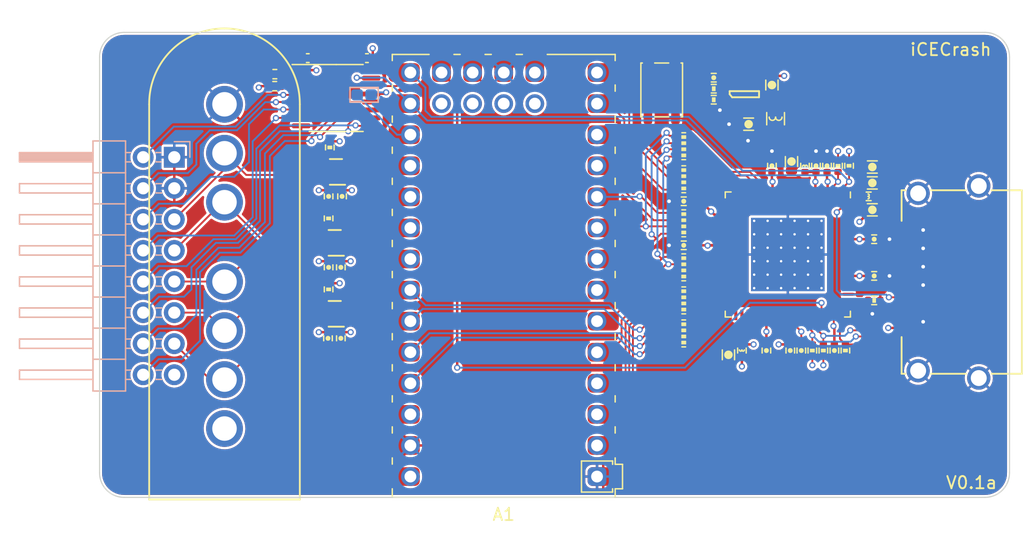
<source format=kicad_pcb>
(kicad_pcb (version 20210722) (generator pcbnew)
  (title_block (title "iCECrash") (rev "v0.1a") (company "1BitSquared") (comment 1 "(C) 2021 1BitSquared <info@1bitsquared.com>") (comment 2 "(C) 2021 Piotr Esden-Tempski <piotr@1bitsquared.com>") (comment 3 "License: CC-BY-SA"))
  (layers (0 "F.Cu" signal) (1 "In1.Cu" signal) (2 "In2.Cu" signal) (31 "B.Cu" signal) (34 "B.Paste" user) (35 "F.Paste" user) (36 "B.SilkS" user "B.Silkscreen") (37 "F.SilkS" user "F.Silkscreen") (38 "B.Mask" user) (39 "F.Mask" user) (44 "Edge.Cuts" user))
  (net 0 "")
  (net 1 "+3V3")
  (net 2 "GND")
  (net 3 "+5V")
  (net 4 "+1V2")
  (net 5 "Net-(C9-Pad2)")
  (net 6 "/xGPCLK")
  (net 7 "/xGPLATCH")
  (net 8 "/xGPDAT0")
  (net 9 "/xGPDAT1")
  (net 10 "/xGPSEL")
  (net 11 "/D2+")
  (net 12 "/D2-")
  (net 13 "/D1+")
  (net 14 "/D1-")
  (net 16 "/D0+")
  (net 17 "/D0-")
  (net 18 "/CK+")
  (net 19 "/CK-")
  (net 20 "/CEC")
  (net 21 "/DSCL")
  (net 22 "/DSDA")
  (net 23 "/HPD")
  (net 24 "Net-(L1-Pad2)")
  (net 25 "Net-(R1-Pad1)")
  (net 26 "Net-(R2-Pad1)")
  (net 27 "Net-(R3-Pad1)")
  (net 28 "/DE")
  (net 29 "/VSYNC")
  (net 30 "/HSYNC")
  (net 31 "/IDCK")
  (net 32 "/VD0")
  (net 33 "/VD1")
  (net 34 "/VD2")
  (net 35 "/VD3")
  (net 36 "/VD4")
  (net 37 "/VD5")
  (net 38 "/VD6")
  (net 39 "/VD7")
  (net 40 "/VD8")
  (net 41 "/VD9")
  (net 42 "/VD10")
  (net 43 "/VD11")
  (net 44 "/CSDA")
  (net 45 "/CSCL")
  (net 46 "/SPDIF")
  (net 47 "/CRESET")
  (net 48 "/GPCLK")
  (net 49 "/GPLATCH")
  (net 50 "/GPSEL")
  (net 51 "/GPDAT0")
  (net 52 "/GPDAT1")
  (net 68 "/CDONE{slash}~{RST}")
  (net 70 "/iDE")
  (net 71 "/iHSYNC")
  (net 72 "Net-(R13-Pad1)")
  (net 73 "/CVCC12")
  (net 74 "/IOVCC")
  (net 75 "/AVCC12")
  (net 76 "/iIDCK")
  (net 78 "/iVSYNC")
  (net 79 "Net-(R18-Pad1)")
  (net 80 "Net-(R19-Pad2)")
  (net 81 "Net-(J3-Pad2)")
  (net 82 "/G0")
  (net 83 "/G1")
  (net 84 "/G2")
  (net 85 "/G3")
  (net 86 "/G4")
  (net 87 "/G5")
  (net 88 "/G6")
  (net 89 "/G7")
  (net 90 "/iVD1")
  (net 91 "/iVD0")
  (net 92 "/iVD11")
  (net 93 "/iVD10")
  (net 94 "/iVD9")
  (net 95 "/iVD5")
  (net 96 "/iVD4")
  (net 97 "/iVD3")
  (net 98 "/iVD2")
  (net 99 "/iVD8")
  (net 100 "/iVD7")
  (net 101 "/iVD6")
  (net 102 "/iSPDIF")
  (net 103 "/iVD15")
  (net 104 "/iVD14")
  (net 105 "/iVD13")
  (net 106 "/iVD12")
  (footprint "pkl_connectors:HDMI-10029449-111RLF" (layer "F.Cu") (at 96.79 50.4 90)
    (fp_text reference "J2")
    (fp_text value "HDMI_A" hide)
  )
  (footprint "Capacitor_SMD:C_0402_1005Metric" (layer "F.Cu") (at 51.83 32.1 180)
    (fp_text reference "C27" hide)
    (fp_text value "100n")
  )
  (footprint "Resistor_SMD:R_0402_1005Metric" (layer "F.Cu") (at 44.3 34.39 180)
    (fp_text reference "R18" hide)
    (fp_text value "10k")
  )
  (footprint "pkl_housings_sot:SOT-23-5" (layer "F.Cu") (at 82.65 35.05 -90)
    (fp_text reference "U5")
    (fp_text value "TLV62568DBV")
  )
  (footprint "pkl_dipol:C_0402" (layer "F.Cu") (at 90 56 -90)
    (fp_text reference "C10")
    (fp_text value "100n")
  )
  (footprint "pkl_dipol:C_0402" (layer "F.Cu") (at 88.5 40.9 90)
    (fp_text reference "C15")
    (fp_text value "100n")
  )
  (footprint "pkl_dipol:C_0402" (layer "F.Cu") (at 84.9 40.9 90)
    (fp_text reference "C14")
    (fp_text value "100n")
  )
  (footprint "pkl_dipol:R_0402" (layer "F.Cu") (at 48.8 39.4 90)
    (fp_text reference "R2")
    (fp_text value "10k")
  )
  (footprint "pkl_dipol:C_0603" (layer "F.Cu") (at 93.1 42.3)
    (fp_text reference "C24")
    (fp_text value "10u")
  )
  (footprint "pkl_dipol:R_Array_Convex_4x0402" (layer "F.Cu") (at 77.7 51.9)
    (fp_text reference "R4")
    (fp_text value "33R")
  )
  (footprint "pkl_dipol:C_0402" (layer "F.Cu") (at 84.45 56 -90)
    (fp_text reference "C12")
    (fp_text value "100n")
  )
  (footprint "pkl_dipol:C_0402" (layer "F.Cu") (at 77.7 47.4 180)
    (fp_text reference "C13")
    (fp_text value "100n")
  )
  (footprint "pkl_housings_sot:SOT-833-1" (layer "F.Cu") (at 49.3 41.4 180)
    (fp_text reference "U2")
    (fp_text value "74LVC2T45")
  )
  (footprint "pkl_housings_sot:SOT-833-1" (layer "F.Cu") (at 49.2 53 180)
    (fp_text reference "U1")
    (fp_text value "74LVC2T45")
  )
  (footprint "Resistor_SMD:R_0402_1005Metric" (layer "F.Cu") (at 44.31 33.41)
    (fp_text reference "R19" hide)
    (fp_text value "10k")
  )
  (footprint "pkl_dipol:R_Array_Convex_4x0402" (layer "F.Cu") (at 77.7 45.6)
    (fp_text reference "R7")
    (fp_text value "33R")
  )
  (footprint "pkl_dipol:R_0402" (layer "F.Cu") (at 93.25 51.9)
    (fp_text reference "R13")
    (fp_text value "5k1")
  )
  (footprint "pkl_housings_sot:SOT-833-1" (layer "F.Cu") (at 49.2 47.2 180)
    (fp_text reference "U3")
    (fp_text value "74LVC2T45")
  )
  (footprint "pkl_dipol:L_0402" (layer "F.Cu") (at 92.8 43.4 180)
    (fp_text reference "L4")
    (fp_text value "600")
  )
  (footprint "pkl_dipol:R_0402" (layer "F.Cu") (at 80.15 35.499999)
    (fp_text reference "R12")
    (fp_text value "10k")
  )
  (footprint "pkl_dipol:C_0402" (layer "F.Cu") (at 93.25 49.9)
    (fp_text reference "C22")
    (fp_text value "100n")
  )
  (footprint "pkl_dipol:C_0402" (layer "F.Cu") (at 86.4 56 -90)
    (fp_text reference "C17")
    (fp_text value "100n")
  )
  (footprint "pkl_dipol:R_0402" (layer "F.Cu") (at 80.15 34.599999)
    (fp_text reference "R11")
    (fp_text value "10k")
  )
  (footprint "pkl_dipol:C_0603" (layer "F.Cu") (at 83 37.499998 180)
    (fp_text reference "C8")
    (fp_text value "10u")
  )
  (footprint "pkl_dipol:C_0402" (layer "F.Cu") (at 93.25 46.9)
    (fp_text reference "C21")
    (fp_text value "100n")
  )
  (footprint "pkl_dipol:R_0402" (layer "F.Cu") (at 48.7 45.2 90)
    (fp_text reference "R3")
    (fp_text value "10k")
  )
  (footprint "pkl_dipol:R_0402" (layer "F.Cu") (at 91.2 40.9 -90)
    (fp_text reference "R9")
    (fp_text value "4k7")
  )
  (footprint "Package_DFN_QFN:QFN-72-1EP_10x10mm_P0.5mm_EP6x6mm_ThermalVias" (layer "F.Cu") (at 86.2 48.15 -90)
    (fp_text reference "U4")
    (fp_text value "SII902xA-mod")
  )
  (footprint "pkl_dipol:C_0603" (layer "F.Cu") (at 84.9 34.299999 -90)
    (fp_text reference "C7")
    (fp_text value "4u7")
  )
  (footprint "pkl_dipol:R_Array_Convex_4x0402" (layer "F.Cu") (at 77.7 42)
    (fp_text reference "R5")
    (fp_text value "33R")
  )
  (footprint "pkl_dipol:L_0402" (layer "F.Cu") (at 87.6 40.9 -90)
    (fp_text reference "L2")
    (fp_text value "600")
  )
  (footprint "pkl_dipol:C_0402" (layer "F.Cu") (at 87.3 56 -90)
    (fp_text reference "C11")
    (fp_text value "100n")
  )
  (footprint "Capacitor_SMD:C_0402_1005Metric" (layer "F.Cu") (at 47 32.1)
    (fp_text reference "C26" hide)
    (fp_text value "100n")
  )
  (footprint "pkl_dipol:C_0402" (layer "F.Cu") (at 77.7 43.8 180)
    (fp_text reference "C18")
    (fp_text value "100n")
  )
  (footprint "pkl_dipol:C_0402" (layer "F.Cu") (at 48.7 43.4 -90)
    (fp_text reference "C6")
    (fp_text value "100n")
  )
  (footprint "pkl_buttons_switches:SW_SPST_3x4x2.5" (layer "F.Cu") (at 75.9 34.7 -90)
    (fp_text reference "SW1")
    (fp_text value "TACT")
  )
  (footprint "pkl_dipol:R_0402" (layer "F.Cu") (at 48.7 51 90)
    (fp_text reference "R1")
    (fp_text value "10k")
  )
  (footprint "pkl_dipol:L_0805" (layer "F.Cu") (at 85.2 37.049998 90)
    (fp_text reference "L1")
    (fp_text value "2u2")
  )
  (footprint "pkl_dipol:C_0402" (layer "F.Cu") (at 48.65 55 -90)
    (fp_text reference "C5")
    (fp_text value "100n")
  )
  (footprint "pkl_dipol:R_0402" (layer "F.Cu") (at 89.1 56 90)
    (fp_text reference "R15")
    (fp_text value "2k2")
  )
  (footprint "Package_SO:TSSOP-16_4.4x5mm_P0.65mm" (layer "F.Cu") (at 49.32 35.36)
    (fp_text reference "U6" hide)
    (fp_text value "PCA6408APW")
  )
  (footprint "pkl_dipol:C_0402" (layer "F.Cu") (at 80.15 33.699999)
    (fp_text reference "C9")
    (fp_text value "6p8")
  )
  (footprint "pkl_dipol:L_0402" (layer "F.Cu") (at 82.45 56 90)
    (fp_text reference "L3")
    (fp_text value "600")
  )
  (footprint "pkl_dipol:C_0402" (layer "F.Cu") (at 89.4 40.9 90)
    (fp_text reference "C19")
    (fp_text value "100n")
  )
  (footprint "pkl_dipol:R_0402" (layer "F.Cu") (at 90.9 56 -90)
    (fp_text reference "R16")
    (fp_text value "10k")
  )
  (footprint "pkl_dipol:C_0402" (layer "F.Cu") (at 49.7 49.2 -90)
    (fp_text reference "C3")
    (fp_text value "100n")
  )
  (footprint "pkl_dipol:R_Array_Convex_4x0402" (layer "F.Cu") (at 77.7 54.6 180)
    (fp_text reference "R10")
    (fp_text value "33R")
  )
  (footprint "pkl_dipol:C_0603" (layer "F.Cu") (at 81.35 56.35 90)
    (fp_text reference "C20")
    (fp_text value "10u")
  )
  (footprint "pkl_dipol:C_0402" (layer "F.Cu") (at 49.7 55 -90)
    (fp_text reference "C1")
    (fp_text value "100n")
  )
  (footprint "pkl_dipol:C_0402" (layer "F.Cu") (at 49.8 43.4 -90)
    (fp_text reference "C2")
    (fp_text value "100n")
  )
  (footprint "pkl_connectors:SNES" (layer "F.Cu") (at 40.2 62.375 90)
    (fp_text reference "J1")
    (fp_text value "SNES" hide)
  )
  (footprint "pkl_dipol:C_0603" (layer "F.Cu") (at 86.5 40.55 90)
    (fp_text reference "C16")
    (fp_text value "10u")
  )
  (footprint "pkl_dipol:R_Array_Convex_4x0402" (layer "F.Cu") (at 77.7 49.2)
    (fp_text reference "R6")
    (fp_text value "33R")
  )
  (footprint "pkl_dipol:C_0603" (layer "F.Cu") (at 93.1 41)
    (fp_text reference "C25")
    (fp_text value "10u")
  )
  (footprint "pkl_dipol:R_0402" (layer "F.Cu") (at 90.3 40.9 -90)
    (fp_text reference "R8")
    (fp_text value "4k7")
  )
  (footprint "pkl_dipol:C_0603" (layer "F.Cu") (at 93.1 44.5)
    (fp_text reference "C23")
    (fp_text value "10u")
  )
  (footprint "pkl_dipol:C_0402" (layer "F.Cu") (at 48.7 49.2 -90)
    (fp_text reference "C4")
    (fp_text value "100n")
  )
  (footprint "pkl_dipol:R_0402" (layer "F.Cu") (at 88.2 56 90)
    (fp_text reference "R14")
    (fp_text value "2k2")
  )
  (footprint "pkl_module:iCEBreaker_Bitsy" (layer "F.Cu") (at 63 49.899 180)
    (fp_text reference "A1")
    (fp_text value "iCEBreaker_Bitsy")
  )
  (footprint "pkl_dipol:R_Array_Convex_4x0402" (layer "F.Cu") (at 77.7 39.3)
    (fp_text reference "R17")
    (fp_text value "33R")
  )
  (footprint "pkl_jumpers:J_0603" (layer "B.Cu") (at 51.6 35.1)
    (fp_text reference "J3")
    (fp_text value "pkl_jumper")
  )
  (footprint "Connector_PinHeader_2.54mm:PinHeader_2x08_P2.54mm_Horizontal" (layer "B.Cu") (at 36.1 40.2 180)
    (fp_text reference "J5" hide)
    (fp_text value "Conn_02x08_Odd_Even")
  )
  (gr_line (start 104.3 32) (end 104.3 66) (layer "Edge.Cuts") (width 0.1))
  (gr_arc (start 32 32) (end 30 32) (angle 90) (layer "Edge.Cuts") (width 0.1))
  (gr_arc (start 102.3 32) (end 104.3 32) (angle -90) (layer "Edge.Cuts") (width 0.1))
  (gr_line (start 32 30) (end 102.3 30) (layer "Edge.Cuts") (width 0.1))
  (gr_arc (start 32 66) (end 32 68) (angle 90) (layer "Edge.Cuts") (width 0.1))
  (gr_arc (start 102.3 66) (end 102.3 68) (angle -90) (layer "Edge.Cuts") (width 0.1))
  (gr_line (start 30 66) (end 30 32) (layer "Edge.Cuts") (width 0.1))
  (gr_line (start 102.3 68) (end 32 68) (layer "Edge.Cuts") (width 0.1))
  (gr_text "iCECrash" (at 99.5 31.4) (layer "F.SilkS") (effects (font (size 1 1))))
  (gr_text "V0.1a" (at 101.2 66.8) (layer "F.SilkS") (effects (font (size 1 1))))
  (segment (start 49.8 42.175) (end 49.775 42.15) (width 0.2) (layer "F.Cu") (net 1))
  (segment (start 48.8 38.9) (end 49.6 38.9) (width 0.2) (layer "F.Cu") (net 1))
  (segment (start 46.4575 33.085) (end 47.685 33.085) (width 0.2) (layer "F.Cu") (net 1))
  (segment (start 91.2 40.4) (end 91.2 39.7) (width 0.15) (layer "F.Cu") (net 1))
  (segment (start 47.685 33.085) (end 47.7 33.1) (width 0.2) (layer "F.Cu") (net 1))
  (segment (start 49.675 48.675) (end 49.7 48.7) (width 0.2) (layer "F.Cu") (net 1))
  (segment (start 49.7 54.5) (end 50.5 54.5) (width 0.2) (layer "F.Cu") (net 1))
  (segment (start 49.675 47.95) (end 49.675 48.675) (width 0.2) (layer "F.Cu") (net 1))
  (segment (start 49.8 42.9) (end 50.6 42.9) (width 0.2) (layer "F.Cu") (net 1))
  (segment (start 49.675 53.75) (end 49.675 54.475) (width 0.2) (layer "F.Cu") (net 1))
  (segment (start 81.35 57.1) (end 81.85 57.1) (width 0.2) (layer "F.Cu") (net 1))
  (segment (start 49.675 54.475) (end 49.7 54.5) (width 0.2) (layer "F.Cu") (net 1))
  (segment (start 43.79 34.39) (end 43.11 34.39) (width 0.2) (layer "F.Cu") (net 1))
  (segment (start 48.7 50.5) (end 49.6 50.5) (width 0.2) (layer "F.Cu") (net 1))
  (segment (start 49.8 42.9) (end 49.8 42.175) (width 0.2) (layer "F.Cu") (net 1))
  (segment (start 90.3 40.4) (end 90.3 39.7) (width 0.15) (layer "F.Cu") (net 1))
  (segment (start 82.45 56.5) (end 82.45 57.3) (width 0.2) (layer "F.Cu") (net 1))
  (segment (start 43.11 34.39) (end 43 34.5) (width 0.2) (layer "F.Cu") (net 1))
  (segment (start 46.4575 33.085) (end 46.4575 32.1625) (width 0.2) (layer "F.Cu") (net 1))
  (segment (start 49.7 48.7) (end 50.5 48.7) (width 0.2) (layer "F.Cu") (net 1))
  (segment (start 46.4575 32.1625) (end 46.52 32.1) (width 0.2) (layer "F.Cu") (net 1))
  (segment (start 81.85 57.1) (end 82.45 56.5) (width 0.2) (layer "F.Cu") (net 1))
  (via (at 50.5 48.7) (size 0.5) (drill 0.3) (layers "F.Cu" "B.Cu") (net 1))
  (via (at 49.6 38.9) (size 0.5) (drill 0.3) (layers "F.Cu" "B.Cu") (net 1))
  (via (at 90.3 39.7) (size 0.5) (drill 0.3) (layers "F.Cu" "B.Cu") (net 1))
  (via (at 50.6 42.9) (size 0.5) (drill 0.3) (layers "F.Cu" "B.Cu") (net 1))
  (via (at 47.7 33.1) (size 0.5) (drill 0.3) (layers "F.Cu" "B.Cu") (net 1))
  (via (at 50.5 54.5) (size 0.5) (drill 0.3) (layers "F.Cu" "B.Cu") (net 1))
  (via (at 82.45 57.3) (size 0.5) (drill 0.3) (layers "F.Cu" "B.Cu") (net 1))
  (via (at 91.2 39.7) (size 0.5) (drill 0.3) (layers "F.Cu" "B.Cu") (net 1))
  (via (at 49.6 50.5) (size 0.5) (drill 0.3) (layers "F.Cu" "B.Cu") (net 1))
  (via (at 43 34.5) (size 0.5) (drill 0.3) (layers "F.Cu" "B.Cu") (net 1))
  (segment (start 82.65 36.15) (end 82.65 37.099998) (width 0.2) (layer "F.Cu") (net 2))
  (segment (start 91.1375 43.9) (end 90.55 43.9) (width 0.2) (layer "F.Cu") (net 2))
  (segment (start 90.55 43.9) (end 90.35 44.1) (width 0.2) (layer "F.Cu") (net 2))
  (segment (start 80.65 35.499999) (end 80.65 36.35) (width 0.2) (layer "F.Cu") (net 2))
  (segment (start 82.25 37.499998) (end 81.400002 37.499998) (width 0.2) (layer "F.Cu") (net 2))
  (segment (start 82.65 37.099998) (end 82.25 37.499998) (width 0.2) (layer "F.Cu") (net 2))
  (segment (start 81.400002 37.499998) (end 81.4 37.5) (width 0.2) (layer "F.Cu") (net 2))
  (via (at 97.25 53.65) (size 0.5) (drill 0.3) (layers "F.Cu" "B.Cu") (net 2))
  (via (at 82.95 38.85) (size 0.5) (drill 0.3) (layers "F.Cu" "B.Cu") (net 2))
  (via (at 80.65 36.35) (size 0.5) (drill 0.3) (layers "F.Cu" "B.Cu") (net 2))
  (via (at 81.4 37.5) (size 0.5) (drill 0.3) (layers "F.Cu" "B.Cu") (net 2))
  (via (at 84.9 39.7) (size 0.5) (drill 0.3) (layers "F.Cu" "B.Cu") (net 2))
  (via (at 97.25 47.65) (size 0.5) (drill 0.3) (layers "F.Cu" "B.Cu") (net 2))
  (via (at 97.25 49.15) (size 0.5) (drill 0.3) (layers "F.Cu" "B.Cu") (net 2))
  (via (at 97.25 50.65) (size 0.5) (drill 0.3) (layers "F.Cu" "B.Cu") (net 2))
  (via (at 93.1 53) (size 0.5) (drill 0.3) (layers "F.Cu" "B.Cu") (net 2))
  (via (at 94.5 49.9) (size 0.5) (drill 0.3) (layers "F.Cu" "B.Cu") (net 2))
  (via (at 89.4 39.7) (size 0.5) (drill 0.3) (layers "F.Cu" "B.Cu") (net 2))
  (via (at 76.5 43.8) (size 0.5) (drill 0.3) (layers "F.Cu" "B.Cu") (net 2))
  (via (at 88.5 39.7) (size 0.5) (drill 0.3) (layers "F.Cu" "B.Cu") (net 2))
  (via (at 94.5 46.9) (size 0.5) (drill 0.3) (layers "F.Cu" "B.Cu") (net 2))
  (via (at 76.5 47.4) (size 0.5) (drill 0.3) (layers "F.Cu" "B.Cu") (net 2))
  (via (at 97.25 46.15) (size 0.5) (drill 0.3) (layers "F.Cu" "B.Cu") (net 2))
  (segment (start 48.7 54.45) (end 48.65 54.5) (width 0.2) (layer "F.Cu") (net 3))
  (segment (start 84.9 33.549999) (end 84.000001 33.549999) (width 0.2) (layer "F.Cu") (net 3))
  (segment (start 88.2 56.5) (end 88.2 57.2) (width 0.15) (layer "F.Cu") (net 3))
  (segment (start 95.84 54.15) (end 94.4 54.15) (width 0.2) (layer "F.Cu") (net 3))
  (segment (start 48.7 53.75) (end 48.7 54.45) (width 0.2) (layer "F.Cu") (net 3))
  (segment (start 84.000001 33.549999) (end 83.6 33.95) (width 0.2) (layer "F.Cu") (net 3))
  (segment (start 48.7 42.9) (end 47.9 42.9) (width 0.2) (layer "F.Cu") (net 3))
  (segment (start 48.7 42.9) (end 48.7 42.25) (width 0.2) (layer "F.Cu") (net 3))
  (segment (start 48.7 48.7) (end 47.9 48.7) (width 0.2) (layer "F.Cu") (net 3))
  (segment (start 81.7 36.15) (end 81.7 35.85) (width 0.2) (layer "F.Cu") (net 3))
  (segment (start 52.31 32.1) (end 52.31 31.31) (width 0.2) (layer "F.Cu") (net 3))
  (segment (start 89.1 56.5) (end 89.1 57.2) (width 0.15) (layer "F.Cu") (net 3))
  (segment (start 52.31 31.31) (end 52.3 31.3) (width 0.2) (layer "F.Cu") (net 3))
  (segment (start 84.9 33.549999) (end 85.9 33.55) (width 0.2) (layer "F.Cu") (net 3))
  (segment (start 52.31 32.9575) (end 52.1825 33.085) (width 0.2) (layer "F.Cu") (net 3))
  (segment (start 48.7 42.25) (end 48.8 42.15) (width 0.2) (layer "F.Cu") (net 3))
  (segment (start 52.31 32.1) (end 52.31 32.9575) (width 0.2) (layer "F.Cu") (net 3))
  (segment (start 48.65 54.5) (end 47.9 54.5) (width 0.2) (layer "F.Cu") (net 3))
  (segment (start 81.7 35.85) (end 83.6 33.95) (width 0.2) (layer "F.Cu") (net 3))
  (segment (start 48.7 47.95) (end 48.7 48.7) (width 0.2) (layer "F.Cu") (net 3))
  (via (at 52.3 31.3) (size 0.5) (drill 0.3) (layers "F.Cu" "B.Cu") (net 3))
  (via (at 89.1 57.2) (size 0.5) (drill 0.3) (layers "F.Cu" "B.Cu") (net 3))
  (via (at 88.2 57.2) (size 0.5) (drill 0.3) (layers "F.Cu" "B.Cu") (net 3))
  (via (at 47.9 54.5) (size 0.5) (drill 0.3) (layers "F.Cu" "B.Cu") (net 3))
  (via (at 47.9 42.9) (size 0.5) (drill 0.3) (layers "F.Cu" "B.Cu") (net 3))
  (via (at 85.9 33.55) (size 0.5) (drill 0.3) (layers "F.Cu" "B.Cu") (net 3))
  (via (at 47.9 48.7) (size 0.5) (drill 0.3) (layers "F.Cu" "B.Cu") (net 3))
  (via (at 94.4 54.15) (size 0.5) (drill 0.3) (layers "F.Cu" "B.Cu") (net 3))
  (segment (start 79.65 34.599999) (end 79.450001 34.599999) (width 0.2) (layer "F.Cu") (net 4))
  (segment (start 92.35 42.3) (end 92.35 42.45) (width 0.2) (layer "F.Cu") (net 4))
  (segment (start 85.2 37.949998) (end 85.2 38.3) (width 0.2) (layer "F.Cu") (net 4))
  (segment (start 80.649518 38.249518) (end 83.00048 38.249518) (width 0.2) (layer "F.Cu") (net 4))
  (segment (start 84.2 37.949998) (end 83.75 37.499998) (width 0.2) (layer "F.Cu") (net 4))
  (segment (start 78.95 35.1) (end 78.95 36.55) (width 0.2) (layer "F.Cu") (net 4))
  (segment (start 91.2 38.8) (end 92.35 39.95) (width 0.2) (layer "F.Cu") (net 4))
  (segment (start 79.65 33.699999) (end 79.65 34.599999) (width 0.2) (layer "F.Cu") (net 4))
  (segment (start 85.2 37.949998) (end 85.2 38.35) (width 0.2) (layer "F.Cu") (net 4))
  (segment (start 86.5 41.3) (end 86.7 41.3) (width 0.2) (layer "F.Cu") (net 4))
  (segment (start 92.35 42.45) (end 93.3 43.4) (width 0.2) (layer "F.Cu") (net 4))
  (segment (start 92.35 41) (end 92.35 42.3) (width 0.2) (layer "F.Cu") (net 4))
  (segment (start 86.7 41.3) (end 87.6 40.4) (width 0.2) (layer "F.Cu") (net 4))
  (segment (start 83.00048 38.249518) (end 83.75 37.499998) (width 0.2) (layer "F.Cu") (net 4))
  (segment (start 87.6 40.4) (end 87.6 38.8) (width 0.2) (layer "F.Cu") (net 4))
  (segment (start 85.65 38.8) (end 87.6 38.8) (width 0.2) (layer "F.Cu") (net 4))
  (segment (start 85.2 37.949998) (end 84.2 37.949998) (width 0.2) (layer "F.Cu") (net 4))
  (segment (start 79.450001 34.599999) (end 78.95 35.1) (width 0.2) (layer "F.Cu") (net 4))
  (segment (start 78.95 36.55) (end 80.649518 38.249518) (width 0.2) (layer "F.Cu") (net 4))
  (segment (start 92.35 41) (end 92.35 39.95) (width 0.2) (layer "F.Cu") (net 4))
  (segment (start 85.2 38.35) (end 85.65 38.8) (width 0.2) (layer "F.Cu") (net 4))
  (segment (start 87.6 38.8) (end 91.2 38.8) (width 0.2) (layer "F.Cu") (net 4))
  (segment (start 80.65 34.599999) (end 80.65 33.699999) (width 0.2) (layer "F.Cu") (net 5))
  (segment (start 79.75 35.499999) (end 80.65 34.599999) (width 0.2) (layer "F.Cu") (net 5))
  (segment (start 79.65 35.499999) (end 79.75 35.499999) (width 0.2) (layer "F.Cu") (net 5))
  (segment (start 81.7 33.95) (end 80.900001 33.95) (width 0.2) (layer "F.Cu") (net 5))
  (segment (start 80.900001 33.95) (end 80.65 33.699999) (width 0.2) (layer "F.Cu") (net 5))
  (segment (start 40.2 58.375) (end 45.325 53.25) (width 0.15) (layer "F.Cu") (net 6))
  (segment (start 45.325 53.25) (end 48.7 53.25) (width 0.15) (layer "F.Cu") (net 6))
  (segment (start 39.035 58.375) (end 40.2 58.375) (width 0.15) (layer "F.Cu") (net 6))
  (segment (start 36.1 55.44) (end 39.035 58.375) (width 0.15) (layer "F.Cu") (net 6))
  (segment (start 38.725 52.9) (end 40.2 54.375) (width 0.15) (layer "F.Cu") (net 7))
  (segment (start 36.1 52.9) (end 38.725 52.9) (width 0.15) (layer "F.Cu") (net 7))
  (segment (start 41.825 52.75) (end 48.7 52.75) (width 0.15) (layer "F.Cu") (net 7))
  (segment (start 40.2 54.375) (end 41.825 52.75) (width 0.15) (layer "F.Cu") (net 7))
  (segment (start 43.125 47.45) (end 48.7 47.45) (width 0.15) (layer "F.Cu") (net 8))
  (segment (start 40.185 50.36) (end 40.2 50.375) (width 0.15) (layer "F.Cu") (net 8))
  (segment (start 36.1 50.36) (end 40.185 50.36) (width 0.15) (layer "F.Cu") (net 8))
  (segment (start 40.2 50.375) (end 43.125 47.45) (width 0.15) (layer "F.Cu") (net 8))
  (segment (start 43.275 46.95) (end 48.7 46.95) (width 0.15) (layer "F.Cu") (net 9))
  (segment (start 40.2 43.875) (end 43.275 46.95) (width 0.15) (layer "F.Cu") (net 9))
  (segment (start 36.1 47.82) (end 40.045 43.875) (width 0.15) (layer "F.Cu") (net 9))
  (segment (start 40.045 43.875) (end 40.2 43.875) (width 0.15) (layer "F.Cu") (net 9))
  (segment (start 41.975 41.65) (end 40.2 39.875) (width 0.15) (layer "F.Cu") (net 10))
  (segment (start 48.8 41.65) (end 41.975 41.65) (width 0.15) (layer "F.Cu") (net 10))
  (segment (start 40.2 41.18) (end 40.2 39.875) (width 0.15) (layer "F.Cu") (net 10))
  (segment (start 36.1 45.28) (end 40.2 41.18) (width 0.15) (layer "F.Cu") (net 10))
  (segment (start 91.237499 45.999999) (end 91.1375 45.9) (width 0.15) (layer "F.Cu") (net 11))
  (segment (start 94.836066 45.78548) (end 94.621547 45.999999) (width 0.15) (layer "F.Cu") (net 11))
  (segment (start 94.100001 45.999999) (end 91.237499 45.999999) (width 0.15) (layer "F.Cu") (net 11))
  (segment (start 95.84 45.65) (end 95.70452 45.78548) (width 0.15) (layer "F.Cu") (net 11))
  (segment (start 95.70452 45.78548) (end 94.836066 45.78548) (width 0.15) (layer "F.Cu") (net 11))
  (segment (start 94.621547 45.999999) (end 94.100001 45.999999) (width 0.15) (layer "F.Cu") (net 11))
  (segment (start 95.70452 46.51452) (end 94.836066 46.51452) (width 0.15) (layer "F.Cu") (net 12))
  (segment (start 91.237499 46.300001) (end 91.1375 46.4) (width 0.15) (layer "F.Cu") (net 12))
  (segment (start 94.621547 46.300001) (end 94.099999 46.300001) (width 0.15) (layer "F.Cu") (net 12))
  (segment (start 94.836066 46.51452) (end 94.621547 46.300001) (width 0.15) (layer "F.Cu") (net 12))
  (segment (start 95.84 46.65) (end 95.70452 46.51452) (width 0.15) (layer "F.Cu") (net 12))
  (segment (start 94.099999 46.300001) (end 91.237499 46.300001) (width 0.15) (layer "F.Cu") (net 12))
  (segment (start 94.836066 47.28548) (end 94.621547 47.499999) (width 0.15) (layer "F.Cu") (net 13))
  (segment (start 94.621547 47.499999) (end 94.000001 47.499999) (width 0.15) (layer "F.Cu") (net 13))
  (segment (start 95.84 47.15) (end 95.70452 47.28548) (width 0.15) (layer "F.Cu") (net 13))
  (segment (start 94.000001 47.499999) (end 91.237499 47.499999) (width 0.15) (layer "F.Cu") (net 13))
  (segment (start 91.237499 47.499999) (end 91.1375 47.4) (width 0.15) (layer "F.Cu") (net 13))
  (segment (start 95.70452 47.28548) (end 94.836066 47.28548) (width 0.15) (layer "F.Cu") (net 13))
  (segment (start 91.237499 47.800001) (end 91.1375 47.9) (width 0.15) (layer "F.Cu") (net 14))
  (segment (start 94.199999 47.800001) (end 91.237499 47.800001) (width 0.15) (layer "F.Cu") (net 14))
  (segment (start 95.70452 48.01452) (end 94.836066 48.01452) (width 0.15) (layer "F.Cu") (net 14))
  (segment (start 94.836066 48.01452) (end 94.621547 47.800001) (width 0.15) (layer "F.Cu") (net 14))
  (segment (start 94.621547 47.800001) (end 94.199999 47.800001) (width 0.15) (layer "F.Cu") (net 14))
  (segment (start 95.84 48.15) (end 95.70452 48.01452) (width 0.15) (layer "F.Cu") (net 14))
  (segment (start 94.500001 48.999999) (end 91.237499 48.999999) (width 0.15) (layer "F.Cu") (net 16))
  (segment (start 94.836066 48.78548) (end 94.621547 48.999999) (width 0.15) (layer "F.Cu") (net 16))
  (segment (start 95.70452 48.78548) (end 94.836066 48.78548) (width 0.15) (layer "F.Cu") (net 16))
  (segment (start 94.621547 48.999999) (end 94.200001 48.999999) (width 0.15) (layer "F.Cu") (net 16))
  (segment (start 95.84 48.65) (end 95.70452 48.78548) (width 0.15) (layer "F.Cu") (net 16))
  (segment (start 91.237499 48.999999) (end 91.1375 48.9) (width 0.15) (layer "F.Cu") (net 16))
  (segment (start 94.621547 49.300001) (end 94.299999 49.300001) (width 0.15) (layer "F.Cu") (net 17))
  (segment (start 91.237499 49.300001) (end 91.1375 49.4) (width 0.15) (layer "F.Cu") (net 17))
  (segment (start 94.499999 49.300001) (end 91.237499 49.300001) (width 0.15) (layer "F.Cu") (net 17))
  (segment (start 95.84 49.65) (end 95.70452 49.51452) (width 0.15) (layer "F.Cu") (net 17))
  (segment (start 95.70452 49.51452) (end 94.836066 49.51452) (width 0.15) (layer "F.Cu") (net 17))
  (segment (start 94.836066 49.51452) (end 94.621547 49.300001) (width 0.15) (layer "F.Cu") (net 17))
  (segment (start 95.70452 50.28548) (end 94.836066 50.28548) (width 0.15) (layer "F.Cu") (net 18))
  (segment (start 94.836066 50.28548) (end 94.621546 50.5) (width 0.15) (layer "F.Cu") (net 18))
  (segment (start 95.84 50.15) (end 95.70452 50.28548) (width 0.15) (layer "F.Cu") (net 18))
  (segment (start 94.4 50.5) (end 91.2375 50.5) (width 0.15) (layer "F.Cu") (net 18))
  (segment (start 91.2375 50.5) (end 91.1375 50.4) (width 0.15) (layer "F.Cu") (net 18))
  (segment (start 94.621546 50.5) (end 94.3 50.5) (width 0.15) (layer "F.Cu") (net 18))
  (segment (start 94.621546 50.8) (end 94.3 50.8) (width 0.15) (layer "F.Cu") (net 19))
  (segment (start 94.4 50.8) (end 91.2375 50.8) (width 0.15) (layer "F.Cu") (net 19))
  (segment (start 95.70452 51.01452) (end 94.836066 51.01452) (width 0.15) (layer "F.Cu") (net 19))
  (segment (start 94.836066 51.01452) (end 94.621546 50.8) (width 0.15) (layer "F.Cu") (net 19))
  (segment (start 95.84 51.15) (end 95.70452 51.01452) (width 0.15) (layer "F.Cu") (net 19))
  (segment (start 91.2375 50.8) (end 91.1375 50.9) (width 0.15) (layer "F.Cu") (net 19))
  (segment (start 90.5 44.4) (end 90.2 44.7) (width 0.15) (layer "F.Cu") (net 20))
  (segment (start 94.45 51.65) (end 95.84 51.65) (width 0.15) (layer "F.Cu") (net 20))
  (segment (start 91.1375 44.4) (end 90.5 44.4) (width 0.15) (layer "F.Cu") (net 20))
  (via (at 94.45 51.65) (size 0.5) (drill 0.3) (layers "F.Cu" "B.Cu") (net 20))
  (via (at 90.2 44.7) (size 0.5) (drill 0.3) (layers "F.Cu" "B.Cu") (net 20))
  (segment (start 90.2 51.1) (end 90.2 44.7) (width 0.15) (layer "B.Cu") (net 20))
  (segment (start 94.45 51.65) (end 94.225489 51.425489) (width 0.15) (layer "B.Cu") (net 20))
  (segment (start 94.225489 51.425489) (end 90.525489 51.425489) (width 0.15) (layer "B.Cu") (net 20))
  (segment (start 90.525489 51.425489) (end 90.2 51.1) (width 0.15) (layer "B.Cu") (net 20))
  (segment (start 89.1 55.5) (end 89.1 54.8) (width 0.15) (layer "F.Cu") (net 21))
  (segment (start 92.7 54.35) (end 91.3 54.35) (width 0.15) (layer "F.Cu") (net 21))
  (segment (start 87.95 53.0875) (end 87.95 53.65) (width 0.15) (layer "F.Cu") (net 21))
  (segment (start 95.84 52.65) (end 94.4 52.65) (width 0.15) (layer "F.Cu") (net 21))
  (segment (start 94.4 52.65) (end 92.7 54.35) (width 0.15) (layer "F.Cu") (net 21))
  (segment (start 87.95 53.65) (end 89.1 54.8) (width 0.15) (layer "F.Cu") (net 21))
  (via (at 91.3 54.35) (size 0.5) (drill 0.3) (layers "F.Cu" "B.Cu") (net 21))
  (via (at 89.1 54.8) (size 0.5) (drill 0.3) (layers "F.Cu" "B.Cu") (net 21))
  (segment (start 91.3 54.35) (end 90.85 54.8) (width 0.15) (layer "B.Cu") (net 21))
  (segment (start 90.85 54.8) (end 89.1 54.8) (width 0.15) (layer "B.Cu") (net 21))
  (segment (start 94.65 53.15) (end 92.95 54.85) (width 0.15) (layer "F.Cu") (net 22))
  (segment (start 92.95 54.85) (end 91.75 54.85) (width 0.15) (layer "F.Cu") (net 22))
  (segment (start 87.45 53.7) (end 88.2 54.45) (width 0.15) (layer "F.Cu") (net 22))
  (segment (start 88.2 54.45) (end 88.2 54.75) (width 0.15) (layer "F.Cu") (net 22))
  (segment (start 88.2 55.5) (end 88.2 54.75) (width 0.15) (layer "F.Cu") (net 22))
  (segment (start 95.84 53.15) (end 94.65 53.15) (width 0.15) (layer "F.Cu") (net 22))
  (segment (start 87.45 53.0875) (end 87.45 53.7) (width 0.15) (layer "F.Cu") (net 22))
  (via (at 88.2 54.75) (size 0.5) (drill 0.3) (layers "F.Cu" "B.Cu") (net 22))
  (via (at 91.75 54.85) (size 0.5) (drill 0.3) (layers "F.Cu" "B.Cu") (net 22))
  (segment (start 88.724511 55.274511) (end 88.2 54.75) (width 0.15) (layer "B.Cu") (net 22))
  (segment (start 91.75 54.85) (end 91.325489 55.274511) (width 0.15) (layer "B.Cu") (net 22))
  (segment (start 91.325489 55.274511) (end 88.724511 55.274511) (width 0.15) (layer "B.Cu") (net 22))
  (segment (start 90.45 55.05) (end 90.9 55.5) (width 0.15) (layer "F.Cu") (net 23))
  (segment (start 95.84 54.65) (end 94.6 54.65) (width 0.15) (layer "F.Cu") (net 23))
  (segment (start 94.6 54.65) (end 93.75 55.5) (width 0.15) (layer "F.Cu") (net 23))
  (segment (start 93.75 55.5) (end 90.9 55.5) (width 0.15) (layer "F.Cu") (net 23))
  (segment (start 90.45 53.0875) (end 90.45 55.05) (width 0.15) (layer "F.Cu") (net 23))
  (segment (start 83.600002 36.149998) (end 83.6 36.15) (width 0.2) (layer "F.Cu") (net 24))
  (segment (start 85.2 36.149998) (end 83.600002 36.149998) (width 0.2) (layer "F.Cu") (net 24))
  (segment (start 48.7 51.5) (end 48.7 52.25) (width 0.15) (layer "F.Cu") (net 25))
  (segment (start 48.8 39.9) (end 48.8 40.65) (width 0.15) (layer "F.Cu") (net 26))
  (segment (start 48.7 45.7) (end 48.7 46.45) (width 0.15) (layer "F.Cu") (net 27))
  (segment (start 74.206568 54.293432) (end 76.35 52.15) (width 0.15) (layer "F.Cu") (net 28))
  (segment (start 76.35 52.15) (end 77.2 52.15) (width 0.15) (layer "F.Cu") (net 28))
  (segment (start 74.1 54.293432) (end 74.206568 54.293432) (width 0.15) (layer "F.Cu") (net 28))
  (via (at 74.1 54.293432) (size 0.5) (drill 0.3) (layers "F.Cu" "B.Cu") (net 28))
  (segment (start 71.6 52.3) (end 56.621 52.3) (width 0.15) (layer "B.Cu") (net 28))
  (segment (start 74.206568 54.293432) (end 74.1 54.293432) (width 0.15) (layer "B.Cu") (net 28))
  (segment (start 73.593432 54.293432) (end 71.6 52.3) (width 0.15) (layer "B.Cu") (net 28))
  (segment (start 74.1 54.293432) (end 73.593432 54.293432) (width 0.15) (layer "B.Cu") (net 28))
  (segment (start 56.621 52.3) (end 55.38 51.059) (width 0.15) (layer "B.Cu") (net 28))
  (segment (start 76.121061 53.75) (end 77.2 53.75) (width 0.15) (layer "F.Cu") (net 29))
  (segment (start 74.231335 55.639726) (end 76.121061 53.75) (width 0.15) (layer "F.Cu") (net 29))
  (segment (start 74.110771 55.639726) (end 74.231335 55.639726) (width 0.15) (layer "F.Cu") (net 29))
  (via (at 74.110771 55.639726) (size 0.5) (drill 0.3) (layers "F.Cu" "B.Cu") (net 29))
  (segment (start 74.260274 55.639726) (end 74.110771 55.639726) (width 0.15) (layer "B.Cu") (net 29))
  (segment (start 74.110771 55.639726) (end 73.539726 55.639726) (width 0.15) (layer "B.Cu") (net 29))
  (segment (start 56.933489 54.585511) (end 55.38 56.139) (width 0.15) (layer "B.Cu") (net 29))
  (segment (start 73.539726 55.639726) (end 72.485511 54.585511) (width 0.15) (layer "B.Cu") (net 29))
  (segment (start 72.485511 54.585511) (end 56.933489 54.585511) (width 0.15) (layer "B.Cu") (net 29))
  (segment (start 74.099837 54.990315) (end 74.309701 54.990315) (width 0.15) (layer "F.Cu") (net 30))
  (segment (start 74.309701 54.990315) (end 76.550016 52.75) (width 0.15) (layer "F.Cu") (net 30))
  (segment (start 76.550016 52.75) (end 77.2 52.75) (width 0.15) (layer "F.Cu") (net 30))
  (via (at 74.099837 54.990315) (size 0.5) (drill 0.3) (layers "F.Cu" "B.Cu") (net 30))
  (segment (start 74.309685 54.990315) (end 74.099837 54.990315) (width 0.15) (layer "B.Cu") (net 30))
  (segment (start 73.590315 54.990315) (end 71.19952 52.59952) (width 0.15) (layer "B.Cu") (net 30))
  (segment (start 56.37948 52.59952) (end 55.38 53.599) (width 0.15) (layer "B.Cu") (net 30))
  (segment (start 71.19952 52.59952) (end 56.37948 52.59952) (width 0.15) (layer "B.Cu") (net 30))
  (segment (start 74.099837 54.990315) (end 73.590315 54.990315) (width 0.15) (layer "B.Cu") (net 30))
  (segment (start 74.1 43.4) (end 74.2 43.4) (width 0.15) (layer "F.Cu") (net 31))
  (segment (start 75.55 44.75) (end 77.2 44.75) (width 0.15) (layer "F.Cu") (net 31))
  (segment (start 74.2 43.4) (end 75.55 44.75) (width 0.15) (layer "F.Cu") (net 31))
  (via (at 74.1 43.4) (size 0.5) (drill 0.3) (layers "F.Cu" "B.Cu") (net 31))
  (segment (start 74.1 43.4) (end 74.061 43.439) (width 0.15) (layer "B.Cu") (net 31))
  (segment (start 74.061 43.439) (end 70.62 43.439) (width 0.15) (layer "B.Cu") (net 31))
  (segment (start 71.991 63.759) (end 73.55 62.2) (width 0.15) (layer "F.Cu") (net 32))
  (segment (start 73.55 54.073586) (end 75.973586 51.65) (width 0.15) (layer "F.Cu") (net 32))
  (segment (start 73.55 62.2) (end 73.55 54.073586) (width 0.15) (layer "F.Cu") (net 32))
  (segment (start 70.62 63.759) (end 71.991 63.759) (width 0.15) (layer "F.Cu") (net 32))
  (segment (start 75.973586 51.65) (end 77.2 51.65) (width 0.15) (layer "F.Cu") (net 32))
  (segment (start 70.62 61.219) (end 71.981 61.219) (width 0.15) (layer "F.Cu") (net 33))
  (segment (start 71.981 61.219) (end 73.25 59.95) (width 0.15) (layer "F.Cu") (net 33))
  (segment (start 76.15 51.05) (end 77.2 51.05) (width 0.15) (layer "F.Cu") (net 33))
  (segment (start 73.25 53.95) (end 76.15 51.05) (width 0.15) (layer "F.Cu") (net 33))
  (segment (start 73.25 59.95) (end 73.25 53.95) (width 0.15) (layer "F.Cu") (net 33))
  (segment (start 76.65 50.05) (end 77.2 50.05) (width 0.15) (layer "F.Cu") (net 34))
  (segment (start 72.371 58.679) (end 72.95 58.1) (width 0.15) (layer "F.Cu") (net 34))
  (segment (start 72.95 53.75) (end 76.65 50.05) (width 0.15) (layer "F.Cu") (net 34))
  (segment (start 70.62 58.679) (end 72.371 58.679) (width 0.15) (layer "F.Cu") (net 34))
  (segment (start 72.95 58.1) (end 72.95 53.75) (width 0.15) (layer "F.Cu") (net 34))
  (segment (start 72.62252 53.52748) (end 76.7 49.45) (width 0.15) (layer "F.Cu") (net 35))
  (segment (start 70.62 56.139) (end 71.611 56.139) (width 0.15) (layer "F.Cu") (net 35))
  (segment (start 72.62252 55.12748) (end 72.62252 53.52748) (width 0.15) (layer "F.Cu") (net 35))
  (segment (start 71.611 56.139) (end 72.62252 55.12748) (width 0.15) (layer "F.Cu") (net 35))
  (segment (start 76.7 49.45) (end 77.2 49.45) (width 0.15) (layer "F.Cu") (net 35))
  (segment (start 76.3 40.3) (end 76.45 40.15) (width 0.15) (layer "F.Cu") (net 36))
  (segment (start 70.62 53.599) (end 71.601 53.599) (width 0.15) (layer "F.Cu") (net 36))
  (segment (start 76.45 40.15) (end 77.2 40.15) (width 0.15) (layer "F.Cu") (net 36))
  (segment (start 76.45 48.95) (end 77.2 48.95) (width 0.15) (layer "F.Cu") (net 36))
  (segment (start 76.25 48.95) (end 76.45 48.95) (width 0.15) (layer "F.Cu") (net 36))
  (segment (start 71.601 53.599) (end 76.25 48.95) (width 0.15) (layer "F.Cu") (net 36))
  (via (at 76.3 40.3) (size 0.5) (drill 0.3) (layers "F.Cu" "B.Cu") (net 36))
  (via (at 76.45 48.95) (size 0.5) (drill 0.3) (layers "F.Cu" "B.Cu") (net 36))
  (segment (start 76.025489 40.574511) (end 76.025489 48.525489) (width 0.15) (layer "B.Cu") (net 36))
  (segment (start 76.3 40.3) (end 76.025489 40.574511) (width 0.15) (layer "B.Cu") (net 36))
  (segment (start 76.025489 48.525489) (end 76.45 48.95) (width 0.15) (layer "B.Cu") (net 36))
  (segment (start 76.05 48.35) (end 77.2 48.35) (width 0.15) (layer "F.Cu") (net 37))
  (segment (start 75.550989 48.150989) (end 75.9 48.5) (width 0.15) (layer "F.Cu") (net 37))
  (segment (start 73.341 51.059) (end 75.9 48.5) (width 0.15) (layer "F.Cu") (net 37))
  (segment (start 76.3 39.6) (end 76.35 39.55) (width 0.15) (layer "F.Cu") (net 37))
  (segment (start 75.9 48.5) (end 76.05 48.35) (width 0.15) (layer "F.Cu") (net 37))
  (segment (start 70.62 51.059) (end 73.341 51.059) (width 0.15) (layer "F.Cu") (net 37))
  (segment (start 75.550989 48.1) (end 75.550989 48.150989) (width 0.15) (layer "F.Cu") (net 37))
  (segment (start 76.35 39.55) (end 77.2 39.55) (width 0.15) (layer "F.Cu") (net 37))
  (via (at 75.550989 48.1) (size 0.5) (drill 0.3) (layers "F.Cu" "B.Cu") (net 37))
  (via (at 76.3 39.6) (size 0.5) (drill 0.3) (layers "F.Cu" "B.Cu") (net 37))
  (segment (start 76.3 39.6) (end 75.550989 40.349011) (width 0.15) (layer "B.Cu") (net 37))
  (segment (start 75.550989 40.349011) (end 75.550989 48.1) (width 0.15) (layer "B.Cu") (net 37))
  (segment (start 76.3 38.9) (end 76.45 39.05) (width 0.15) (layer "F.Cu") (net 38))
  (segment (start 75.85 46.45) (end 75.45 46.85) (width 0.15) (layer "F.Cu") (net 38))
  (segment (start 75.1 46.5) (end 75.45 46.85) (width 0.15) (layer "F.Cu") (net 38))
  (segment (start 75.076489 46.5) (end 75.1 46.5) (width 0.15) (layer "F.Cu") (net 38))
  (segment (start 75.45 46.85) (end 73.781 48.519) (width 0.15) (layer "F.Cu") (net 38))
  (segment (start 73.781 48.519) (end 70.62 48.519) (width 0.15) (layer "F.Cu") (net 38))
  (segment (start 77.2 46.45) (end 75.85 46.45) (width 0.15) (layer "F.Cu") (net 38))
  (segment (start 76.45 39.05) (end 77.2 39.05) (width 0.15) (layer "F.Cu") (net 38))
  (via (at 75.076489 46.5) (size 0.5) (drill 0.3) (layers "F.Cu" "B.Cu") (net 38))
  (via (at 76.3 38.9) (size 0.5) (drill 0.3) (layers "F.Cu" "B.Cu") (net 38))
  (segment (start 76.3 38.9) (end 75.076489 40.123511) (width 0.15) (layer "B.Cu") (net 38))
  (segment (start 75.076489 40.123511) (end 75.076489 46.5) (width 0.15) (layer "B.Cu") (net 38))
  (segment (start 70.62 45.979) (end 70.749 45.85) (width 0.15) (layer "F.Cu") (net 39))
  (segment (start 70.749 45.85) (end 77.2 45.85) (width 0.15) (layer "F.Cu") (net 39))
  (segment (start 76.55 38.45) (end 77.2 38.45) (width 0.15) (layer "F.Cu") (net 39))
  (segment (start 76.3 38.2) (end 76.55 38.45) (width 0.15) (layer "F.Cu") (net 39))
  (via (at 74.601989 45.85) (size 0.5) (drill 0.3) (layers "F.Cu" "B.Cu") (net 39))
  (via (at 76.3 38.2) (size 0.5) (drill 0.3) (layers "F.Cu" "B.Cu") (net 39))
  (segment (start 74.601989 39.898011) (end 74.601989 45.85) (width 0.15) (layer "B.Cu") (net 39))
  (segment (start 76.3 38.2) (end 74.601989 39.898011) (width 0.15) (layer "B.Cu") (net 39))
  (segment (start 75.25 45.35) (end 70.799 40.899) (width 0.15) (layer "F.Cu") (net 40))
  (segment (start 77.2 45.35) (end 75.25 45.35) (width 0.15) (layer "F.Cu") (net 40))
  (segment (start 70.799 40.899) (end 70.62 40.899) (width 0.15) (layer "F.Cu") (net 40))
  (segment (start 76 42.85) (end 77.2 42.85) (width 0.15) (layer "F.Cu") (net 41))
  (segment (start 71.509 38.359) (end 76 42.85) (width 0.15) (layer "F.Cu") (net 41))
  (segment (start 70.62 38.359) (end 71.509 38.359) (width 0.15) (layer "F.Cu") (net 41))
  (segment (start 76.8 42.25) (end 77.2 42.25) (width 0.15) (layer "F.Cu") (net 42))
  (segment (start 70.62 35.819) (end 71.569 35.819) (width 0.15) (layer "F.Cu") (net 42))
  (segment (start 71.569 35.819) (end 72.85 37.1) (width 0.15) (layer "F.Cu") (net 42))
  (segment (start 72.85 38.3) (end 76.8 42.25) (width 0.15) (layer "F.Cu") (net 42))
  (segment (start 72.85 37.1) (end 72.85 38.3) (width 0.15) (layer "F.Cu") (net 42))
  (segment (start 70.62 33.279) (end 71.779 33.279) (width 0.15) (layer "F.Cu") (net 43))
  (segment (start 73.25 38.049999) (end 76.950001 41.75) (width 0.15) (layer "F.Cu") (net 43))
  (segment (start 76.950001 41.75) (end 77.2 41.75) (width 0.15) (layer "F.Cu") (net 43))
  (segment (start 71.779 33.279) (end 73.25 34.75) (width 0.15) (layer "F.Cu") (net 43))
  (segment (start 73.25 34.75) (end 73.25 38.049999) (width 0.15) (layer "F.Cu") (net 43))
  (segment (start 90.3 41.4) (end 90.3 42.2) (width 0.15) (layer "F.Cu") (net 44))
  (segment (start 52.1825 33.735) (end 51.035 33.735) (width 0.15) (layer "F.Cu") (net 44))
  (segment (start 89.95 43.2125) (end 89.95 42.55) (width 0.15) (layer "F.Cu") (net 44))
  (segment (start 51.035 33.735) (end 51 33.7) (width 0.15) (layer "F.Cu") (net 44))
  (segment (start 89.95 42.55) (end 90.3 42.2) (width 0.15) (layer "F.Cu") (net 44))
  (via (at 51 33.7) (size 0.5) (drill 0.3) (layers "F.Cu" "B.Cu") (net 44))
  (via (at 90.3 42.2) (size 0.5) (drill 0.3) (layers "F.Cu" "B.Cu") (net 44))
  (segment (start 53.261 33.7) (end 55.38 35.819) (width 0.15) (layer "B.Cu") (net 44))
  (segment (start 82.375489 41.675489) (end 89.775489 41.675489) (width 0.15) (layer "B.Cu") (net 44))
  (segment (start 56.761 37.2) (end 77.9 37.2) (width 0.15) (layer "B.Cu") (net 44))
  (segment (start 77.9 37.2) (end 82.375489 41.675489) (width 0.15) (layer "B.Cu") (net 44))
  (segment (start 51 33.7) (end 53.261 33.7) (width 0.15) (layer "B.Cu") (net 44))
  (segment (start 55.38 35.819) (end 56.761 37.2) (width 0.15) (layer "B.Cu") (net 44))
  (segment (start 90.3 42.2) (end 90.35 42.2) (width 0.15) (layer "B.Cu") (net 44))
  (segment (start 89.775489 41.675489) (end 90.3 42.2) (width 0.15) (layer "B.Cu") (net 44))
  (segment (start 90.45 43.2125) (end 90.45 42.95) (width 0.15) (layer "F.Cu") (net 45))
  (segment (start 52.1825 34.385) (end 54.274 34.385) (width 0.15) (layer "F.Cu") (net 45))
  (segment (start 90.45 42.95) (end 91.2 42.2) (width 0.15) (layer "F.Cu") (net 45))
  (segment (start 91.2 41.4) (end 91.2 42.2) (width 0.15) (layer "F.Cu") (net 45))
  (segment (start 54.274 34.385) (end 55.38 33.279) (width 0.15) (layer "F.Cu") (net 45))
  (via (at 91.2 42.2) (size 0.5) (drill 0.3) (layers "F.Cu" "B.Cu") (net 45))
  (segment (start 82.5 41.3) (end 90.35 41.3) (width 0.15) (layer "B.Cu") (net 45))
  (segment (start 90.35 41.3) (end 91.2 42.15) (width 0.15) (layer "B.Cu") (net 45))
  (segment (start 57.1 36.9) (end 78.1 36.9) (width 0.15) (layer "B.Cu") (net 45))
  (segment (start 78.1 36.9) (end 82.5 41.3) (width 0.15) (layer "B.Cu") (net 45))
  (segment (start 56.6 36.4) (end 57.1 36.9) (width 0.15) (layer "B.Cu") (net 45))
  (segment (start 55.38 33.279) (end 56.6 34.499) (width 0.15) (layer "B.Cu") (net 45))
  (segment (start 56.6 34.499) (end 56.6 36.4) (width 0.15) (layer "B.Cu") (net 45))
  (segment (start 91.2 42.15) (end 91.2 42.2) (width 0.15) (layer "B.Cu") (net 45))
  (segment (start 74.271061 56.3) (end 76.221061 54.35) (width 0.15) (layer "F.Cu") (net 46))
  (segment (start 74.1 56.3) (end 74.271061 56.3) (width 0.15) (layer "F.Cu") (net 46))
  (segment (start 76.221061 54.35) (end 77.2 54.35) (width 0.15) (layer "F.Cu") (net 46))
  (via (at 74.1 56.3) (size 0.5) (drill 0.3) (layers "F.Cu" "B.Cu") (net 46))
  (segment (start 74.1 56.3) (end 73.7 56.3) (width 0.15) (layer "B.Cu") (net 46))
  (segment (start 59.109 54.95) (end 55.38 58.679) (width 0.15) (layer "B.Cu") (net 46))
  (segment (start 72.35 54.95) (end 59.109 54.95) (width 0.15) (layer "B.Cu") (net 46))
  (segment (start 73.7 56.3) (end 72.35 54.95) (width 0.15) (layer "B.Cu") (net 46))
  (segment (start 74.775 32.4) (end 74.775 37) (width 0.15) (layer "F.Cu") (net 47))
  (segment (start 60.46 33.279) (end 61.781 34.6) (width 0.15) (layer "F.Cu") (net 47))
  (segment (start 61.781 34.6) (end 66.790276 34.6) (width 0.15) (layer "F.Cu") (net 47))
  (segment (start 66.790276 34.6) (end 69.390276 32) (width 0.15) (layer "F.Cu") (net 47))
  (segment (start 74.375 32) (end 74.775 32.4) (width 0.15) (layer "F.Cu") (net 47))
  (segment (start 69.390276 32) (end 74.375 32) (width 0.15) (layer "F.Cu") (net 47))
  (segment (start 49.7 53.25) (end 49.95 53.25) (width 0.15) (layer "F.Cu") (net 48))
  (segment (start 52.4 50.8) (end 52.4 49.4) (width 0.15) (layer "F.Cu") (net 48))
  (segment (start 52.4 49.4) (end 53.281 48.519) (width 0.15) (layer "F.Cu") (net 48))
  (segment (start 49.95 53.25) (end 52.4 50.8) (width 0.15) (layer "F.Cu") (net 48))
  (segment (start 53.281 48.519) (end 55.38 48.519) (width 0.15) (layer "F.Cu") (net 48))
  (segment (start 51.7 46.7) (end 52.421 45.979) (width 0.15) (layer "F.Cu") (net 49))
  (segment (start 49.7 52.75) (end 50.024999 52.75) (width 0.15) (layer "F.Cu") (net 49))
  (segment (start 52.421 45.979) (end 55.38 45.979) (width 0.15) (layer "F.Cu") (net 49))
  (segment (start 50.024999 52.75) (end 51.7 51.074999) (width 0.15) (layer "F.Cu") (net 49))
  (segment (start 51.7 51.074999) (end 51.7 46.7) (width 0.15) (layer "F.Cu") (net 49))
  (segment (start 50.1875 41.65) (end 53.4785 38.359) (width 0.15) (layer "F.Cu") (net 50))
  (segment (start 49.8 41.65) (end 50.1875 41.65) (width 0.15) (layer "F.Cu") (net 50))
  (segment (start 53.4785 38.359) (end 55.38 38.359) (width 0.15) (layer "F.Cu") (net 50))
  (segment (start 51.025 35.1) (end 54.284 38.359) (width 0.15) (layer "B.Cu") (net 50))
  (segment (start 54.284 38.359) (end 55.38 38.359) (width 0.15) (layer "B.Cu") (net 50))
  (segment (start 53.261 43.439) (end 55.38 43.439) (width 0.15) (layer "F.Cu") (net 51))
  (segment (start 52.3 45.174999) (end 52.3 44.4) (width 0.15) (layer "F.Cu") (net 51))
  (segment (start 52.3 44.4) (end 53.261 43.439) (width 0.15) (layer "F.Cu") (net 51))
  (segment (start 49.7 47.45) (end 50.024999 47.45) (width 0.15) (layer "F.Cu") (net 51))
  (segment (start 50.024999 47.45) (end 52.3 45.174999) (width 0.15) (layer "F.Cu") (net 51))
  (segment (start 52.701 40.899) (end 55.38 40.899) (width 0.15) (layer "F.Cu") (net 52))
  (segment (start 51.6 42) (end 52.701 40.899) (width 0.15) (layer "F.Cu") (net 52))
  (segment (start 50.024999 46.95) (end 51.6 45.374999) (width 0.15) (layer "F.Cu") (net 52))
  (segment (start 49.7 46.95) (end 50.024999 46.95) (width 0.15) (layer "F.Cu") (net 52))
  (segment (start 51.6 45.374999) (end 51.6 42) (width 0.15) (layer "F.Cu") (net 52))
  (segment (start 59.2 34.559) (end 57.92 33.279) (width 0.2) (layer "F.Cu") (net 68))
  (segment (start 88.95 52.1) (end 88.95 53.0875) (width 0.15) (layer "F.Cu") (net 68))
  (segment (start 59.2 57.4) (end 59.2 34.559) (width 0.2) (layer "F.Cu") (net 68))
  (via (at 59.2 57.4) (size 0.5) (drill 0.3) (layers "F.Cu" "B.Cu") (net 68))
  (via (at 88.95 52.1) (size 0.5) (drill 0.3) (layers "F.Cu" "B.Cu") (net 68))
  (segment (start 83.1 52.1) (end 88.95 52.1) (width 0.15) (layer "B.Cu") (net 68))
  (segment (start 77.8 57.4) (end 83.1 52.1) (width 0.15) (layer "B.Cu") (net 68))
  (segment (start 59.2 57.4) (end 77.8 57.4) (width 0.15) (layer "B.Cu") (net 68))
  (segment (start 80.7 50.9) (end 81.2625 50.9) (width 0.15) (layer "F.Cu") (net 70))
  (segment (start 79.45 52.15) (end 80.7 50.9) (width 0.15) (layer "F.Cu") (net 70))
  (segment (start 78.2 52.15) (end 79.45 52.15) (width 0.15) (layer "F.Cu") (net 70))
  (segment (start 80.7 51.4) (end 81.2625 51.4) (width 0.15) (layer "F.Cu") (net 71))
  (segment (start 78.2 52.75) (end 79.35 52.75) (width 0.15) (layer "F.Cu") (net 71))
  (segment (start 79.35 52.75) (end 80.7 51.4) (width 0.15) (layer "F.Cu") (net 71))
  (segment (start 91.1375 51.9) (end 92.75 51.9) (width 0.15) (layer "F.Cu") (net 72))
  (segment (start 87.3 54.45) (end 86.95 54.1) (width 0.15) (layer "F.Cu") (net 73))
  (segment (start 90 54.0745) (end 89.9255 54) (width 0.2) (layer "F.Cu") (net 73))
  (segment (start 89.95 53.9755) (end 89.9255 54) (width 0.15) (layer "F.Cu") (net 73))
  (segment (start 88.45 41.45) (end 88.5 41.4) (width 0.2) (layer "F.Cu") (net 73))
  (segment (start 84.9 42.15) (end 84.95 42.2) (width 0.2) (layer "F.Cu") (net 73))
  (segment (start 78.2 47.4) (end 81.2625 47.4) (width 0.2) (layer "F.Cu") (net 73))
  (segment (start 87.6 41.4) (end 88.5 41.4) (width 0.2) (layer "F.Cu") (net 73))
  (segment (start 84.45 54.45) (end 84.45 53.0875) (width 0.2) (layer "F.Cu") (net 73))
  (segment (start 79.6745 47.4) (end 81.2625 47.4) (width 0.2) (layer "F.Cu") (net 73))
  (segment (start 90 55.5) (end 90 54.0745) (width 0.2) (layer "F.Cu") (net 73))
  (segment (start 86.95 54.1) (end 86.95 53.0875) (width 0.15) (layer "F.Cu") (net 73))
  (segment (start 89.95 53.0875) (end 89.95 53.9755) (width 0.15) (layer "F.Cu") (net 73))
  (segment (start 84.45 55.5) (end 84.45 54.45) (width 0.2) (layer "F.Cu") (net 73))
  (segment (start 88.45 42.2) (end 88.45 41.45) (width 0.2) (layer "F.Cu") (net 73))
  (segment (start 79.65 47.4245) (end 79.6745 47.4) (width 0.2) (layer "F.Cu") (net 73))
  (segment (start 88.45 42.2) (end 88.45 43.2125) (width 0.2) (layer "F.Cu") (net 73))
  (segment (start 84.9 41.4) (end 84.9 42.15) (width 0.2) (layer "F.Cu") (net 73))
  (segment (start 87.3 55.5) (end 87.3 54.45) (width 0.15) (layer "F.Cu") (net 73))
  (segment (start 84.95 42.2) (end 84.95 43.2125) (width 0.2) (layer "F.Cu") (net 73))
  (via (at 84.95 42.2) (size 0.5) (drill 0.3) (layers "F.Cu" "B.Cu") (net 73))
  (via (at 89.9255 54) (size 0.5) (drill 0.3) (layers "F.Cu" "B.Cu") (net 73))
  (via (at 88.45 42.2) (size 0.5) (drill 0.3) (layers "F.Cu" "B.Cu") (net 73))
  (via (at 87.3 54.45) (size 0.5) (drill 0.3) (layers "F.Cu" "B.Cu") (net 73))
  (via (at 84.45 54.45) (size 0.5) (drill 0.3) (layers "F.Cu" "B.Cu") (net 73))
  (via (at 79.65 47.4245) (size 0.5) (drill 0.3) (layers "F.Cu" "B.Cu") (net 73))
  (segment (start 79.936444 44.636444) (end 80.2 44.9) (width 0.2) (layer "F.Cu") (net 74))
  (segment (start 82.45 55.5) (end 83.4 55.5) (width 0.2) (layer "F.Cu") (net 74))
  (segment (start 89.4 42.15) (end 89.45 42.2) (width 0.2) (layer "F.Cu") (net 74))
  (segment (start 89.4 41.4) (end 89.4 42.15) (width 0.2) (layer "F.Cu") (net 74))
  (segment (start 86.45 53.0875) (end 86.45 55.45) (width 0.2) (layer "F.Cu") (net 74))
  (segment (start 89.45 43.2125) (end 89.45 42.2) (width 0.2) (layer "F.Cu") (net 74))
  (segment (start 79.1 43.8) (end 78.2 43.8) (width 0.2) (layer "F.Cu") (net 74))
  (segment (start 86.45 55.45) (end 86.4 55.5) (width 0.2) (layer "F.Cu") (net 74))
  (segment (start 86.4 55.5) (end 85.45 55.5) (width 0.2) (layer "F.Cu") (net 74))
  (segment (start 80.2 44.9) (end 81.2625 44.9) (width 0.2) (layer "F.Cu") (net 74))
  (segment (start 79.936444 44.636444) (end 79.1 43.8) (width 0.2) (layer "F.Cu") (net 74))
  (via (at 85.45 55.5) (size 0.5) (drill 0.3) (layers "F.Cu" "B.Cu") (net 74))
  (via (at 83.4 55.5) (size 0.5) (drill 0.3) (layers "F.Cu" "B.Cu") (net 74))
  (via (at 89.45 42.2) (size 0.5) (drill 0.3) (layers "F.Cu" "B.Cu") (net 74))
  (via (at 79.936444 44.636444) (size 0.5) (drill 0.3) (layers "F.Cu" "B.Cu") (net 74))
  (segment (start 92.3 44.45) (end 92.35 44.5) (width 0.2) (layer "F.Cu") (net 75))
  (segment (start 92.75 46.9) (end 92.05 46.9) (width 0.2) (layer "F.Cu") (net 75))
  (segment (start 92.05 49.9) (end 92.75 49.9) (width 0.2) (layer "F.Cu") (net 75))
  (segment (start 91.1375 49.9) (end 92.05 49.9) (width 0.2) (layer "F.Cu") (net 75))
  (segment (start 92.05 46.9) (end 91.1375 46.9) (width 0.2) (layer "F.Cu") (net 75))
  (segment (start 92.3 43.4) (end 92.3 44.45) (width 0.2) (layer "F.Cu") (net 75))
  (segment (start 92.35 45.175499) (end 92.35 44.5) (width 0.2) (layer "F.Cu") (net 75))
  (segment (start 92.05 45.475499) (end 92.35 45.175499) (width 0.2) (layer "F.Cu") (net 75))
  (via (at 92.05 46.9) (size 0.5) (drill 0.3) (layers "F.Cu" "B.Cu") (net 75))
  (via (at 92.05 45.475499) (size 0.5) (drill 0.3) (layers "F.Cu" "B.Cu") (net 75))
  (via (at 92.05 49.9) (size 0.5) (drill 0.3) (layers "F.Cu" "B.Cu") (net 75))
  (segment (start 79.7 45.4) (end 81.2625 45.4) (width 0.15) (layer "F.Cu") (net 76))
  (segment (start 79.7 45.4) (end 79.05 44.75) (width 0.15) (layer "F.Cu") (net 76))
  (segment (start 78.2 44.75) (end 79.05 44.75) (width 0.15) (layer "F.Cu") (net 76))
  (segment (start 78.85 53.75) (end 80.7 51.9) (width 0.15) (layer "F.Cu") (net 78))
  (segment (start 78.2 53.75) (end 78.85 53.75) (width 0.15) (layer "F.Cu") (net 78))
  (segment (start 80.7 51.9) (end 81.2625 51.9) (width 0.15) (layer "F.Cu") (net 78))
  (segment (start 44.815 34.385) (end 44.81 34.39) (width 0.15) (layer "F.Cu") (net 79))
  (segment (start 46.4575 34.385) (end 44.815 34.385) (width 0.15) (layer "F.Cu") (net 79))
  (segment (start 45.145 33.735) (end 46.4575 33.735) (width 0.15) (layer "F.Cu") (net 80))
  (segment (start 44.82 33.41) (end 45.145 33.735) (width 0.15) (layer "F.Cu") (net 80))
  (segment (start 53.265 35.035) (end 53.4 34.9) (width 0.15) (layer "F.Cu") (net 81))
  (segment (start 52.1825 35.035) (end 53.265 35.035) (width 0.15) (layer "F.Cu") (net 81))
  (via (at 53.4 34.9) (size 0.5) (drill 0.3) (layers "F.Cu" "B.Cu") (net 81))
  (segment (start 52.375 34.9) (end 52.175 35.1) (width 0.15) (layer "B.Cu") (net 81))
  (segment (start 53.4 34.9) (end 52.375 34.9) (width 0.15) (layer "B.Cu") (net 81))
  (segment (start 45.000606 35.107253) (end 46.385247 35.107253) (width 0.15) (layer "F.Cu") (net 82))
  (segment (start 46.385247 35.107253) (end 46.4575 35.035) (width 0.15) (layer "F.Cu") (net 82))
  (via (at 45.000606 35.107253) (size 0.5) (drill 0.3) (layers "F.Cu" "B.Cu") (net 82))
  (segment (start 41.1 37.7) (end 43.692747 35.107253) (width 0.15) (layer "B.Cu") (net 82))
  (segment (start 43.692747 35.107253) (end 45.000606 35.107253) (width 0.15) (layer "B.Cu") (net 82))
  (segment (start 33.56 40.2) (end 36.06 37.7) (width 0.15) (layer "B.Cu") (net 82))
  (segment (start 36.06 37.7) (end 41.1 37.7) (width 0.15) (layer "B.Cu") (net 82))
  (segment (start 44.4 35.7) (end 44.415 35.685) (width 0.15) (layer "F.Cu") (net 83))
  (segment (start 44.415 35.685) (end 46.4575 35.685) (width 0.15) (layer "F.Cu") (net 83))
  (via (at 44.4 35.7) (size 0.5) (drill 0.3) (layers "F.Cu" "B.Cu") (net 83))
  (segment (start 41.223586 38) (end 43.523586 35.7) (width 0.15) (layer "B.Cu") (net 83))
  (segment (start 37.9 40.8) (end 37.9 39.1) (width 0.15) (layer "B.Cu") (net 83))
  (segment (start 34.8 41.5) (end 37.2 41.5) (width 0.15) (layer "B.Cu") (net 83))
  (segment (start 33.56 42.74) (end 34.8 41.5) (width 0.15) (layer "B.Cu") (net 83))
  (segment (start 37.9 39.1) (end 39 38) (width 0.15) (layer "B.Cu") (net 83))
  (segment (start 43.523586 35.7) (end 44.4 35.7) (width 0.15) (layer "B.Cu") (net 83))
  (segment (start 39 38) (end 41.223586 38) (width 0.15) (layer "B.Cu") (net 83))
  (segment (start 37.2 41.5) (end 37.9 40.8) (width 0.15) (layer "B.Cu") (net 83))
  (segment (start 45 36.3) (end 46.4225 36.3) (width 0.15) (layer "F.Cu") (net 84))
  (segment (start 46.4225 36.3) (end 46.4575 36.335) (width 0.15) (layer "F.Cu") (net 84))
  (via (at 45 36.3) (size 0.5) (drill 0.3) (layers "F.Cu" "B.Cu") (net 84))
  (segment (start 42.2 37.5) (end 43.4 36.3) (width 0.15) (layer "B.Cu") (net 84))
  (segment (start 41 41.8) (end 42.2 40.6) (width 0.15) (layer "B.Cu") (net 84))
  (segment (start 33.56 45.28) (end 34.84 44) (width 0.15) (layer "B.Cu") (net 84))
  (segment (start 42.2 40.6) (end 42.2 37.5) (width 0.15) (layer "B.Cu") (net 84))
  (segment (start 43.4 36.3) (end 45 36.3) (width 0.15) (layer "B.Cu") (net 84))
  (segment (start 36.9 44) (end 39.1 41.8) (width 0.15) (layer "B.Cu") (net 84))
  (segment (start 39.1 41.8) (end 41 41.8) (width 0.15) (layer "B.Cu") (net 84))
  (segment (start 34.84 44) (end 36.9 44) (width 0.15) (layer "B.Cu") (net 84))
  (segment (start 44.4 37) (end 44.415 36.985) (width 0.15) (layer "F.Cu") (net 85))
  (segment (start 44.415 36.985) (end 46.4575 36.985) (width 0.15) (layer "F.Cu") (net 85))
  (via (at 44.4 37) (size 0.5) (drill 0.3) (layers "F.Cu" "B.Cu") (net 85))
  (segment (start 42.49952 38.90048) (end 44.4 37) (width 0.15) (layer "B.Cu") (net 85))
  (segment (start 33.56 47.82) (end 34.78 46.6) (width 0.15) (layer "B.Cu") (net 85))
  (segment (start 34.78 46.6) (end 41 46.6) (width 0.15) (layer "B.Cu") (net 85))
  (segment (start 42.49952 45.10048) (end 42.49952 38.90048) (width 0.15) (layer "B.Cu") (net 85))
  (segment (start 41 46.6) (end 42.49952 45.10048) (width 0.15) (layer "B.Cu") (net 85))
  (segment (start 50.935 37.635) (end 52.1825 37.635) (width 0.15) (layer "F.Cu") (net 86))
  (segment (start 50.9 37.6) (end 50.935 37.635) (width 0.15) (layer "F.Cu") (net 86))
  (via (at 50.9 37.6) (size 0.5) (drill 0.3) (layers "F.Cu" "B.Cu") (net 86))
  (segment (start 50.9 37.6) (end 44.7 37.6) (width 0.15) (layer "B.Cu") (net 86))
  (segment (start 34.82 49.1) (end 33.56 50.36) (width 0.15) (layer "B.Cu") (net 86))
  (segment (start 37.1 49.1) (end 34.82 49.1) (width 0.15) (layer "B.Cu") (net 86))
  (segment (start 39.3 46.9) (end 37.1 49.1) (width 0.15) (layer "B.Cu") (net 86))
  (segment (start 42.8 39.5) (end 42.8 45.223586) (width 0.15) (layer "B.Cu") (net 86))
  (segment (start 44.7 37.6) (end 42.8 39.5) (width 0.15) (layer "B.Cu") (net 86))
  (segment (start 42.8 45.223586) (end 41.123586 46.9) (width 0.15) (layer "B.Cu") (net 86))
  (segment (start 41.123586 46.9) (end 39.3 46.9) (width 0.15) (layer "B.Cu") (net 86))
  (segment (start 50.843939 36.985) (end 52.1825 36.985) (width 0.15) (layer "F.Cu") (net 87))
  (segment (start 50.3 37.528939) (end 50.843939 36.985) (width 0.15) (layer "F.Cu") (net 87))
  (segment (start 50.3 38.0745) (end 50.3 37.528939) (width 0.15) (layer "F.Cu") (net 87))
  (via (at 50.3 38.0745) (size 0.5) (drill 0.3) (layers "F.Cu" "B.Cu") (net 87))
  (segment (start 43.1 39.7) (end 44.7255 38.0745) (width 0.15) (layer "B.Cu") (net 87))
  (segment (start 34.86 51.6) (end 36.9 51.6) (width 0.15) (layer "B.Cu") (net 87))
  (segment (start 43.1 45.4) (end 43.1 39.7) (width 0.15) (layer "B.Cu") (net 87))
  (segment (start 39.5 47.2) (end 41.3 47.2) (width 0.15) (layer "B.Cu") (net 87))
  (segment (start 37.5 51) (end 37.5 49.2) (width 0.15) (layer "B.Cu") (net 87))
  (segment (start 41.3 47.2) (end 43.1 45.4) (width 0.15) (layer "B.Cu") (net 87))
  (segment (start 33.56 52.9) (end 34.86 51.6) (width 0.15) (layer "B.Cu") (net 87))
  (segment (start 44.7255 38.0745) (end 50.3 38.0745) (width 0.15) (layer "B.Cu") (net 87))
  (segment (start 37.5 49.2) (end 39.5 47.2) (width 0.15) (layer "B.Cu") (net 87))
  (segment (start 36.9 51.6) (end 37.5 51) (width 0.15) (layer "B.Cu") (net 87))
  (segment (start 48 38.549) (end 50.214 36.335) (width 0.15) (layer "F.Cu") (net 88))
  (segment (start 50.214 36.335) (end 52.1825 36.335) (width 0.15) (layer "F.Cu") (net 88))
  (via (at 48 38.549) (size 0.5) (drill 0.3) (layers "F.Cu" "B.Cu") (net 88))
  (segment (start 36.8 54.2) (end 37.6 53.4) (width 0.15) (layer "B.Cu") (net 88))
  (segment (start 44.1 39.3) (end 45 38.4) (width 0.15) (layer "B.Cu") (net 88))
  (segment (start 33.56 55.44) (end 34.8 54.2) (width 0.15) (layer "B.Cu") (net 88))
  (segment (start 37.9 49.4) (end 39.7 47.6) (width 0.15) (layer "B.Cu") (net 88))
  (segment (start 43.3 45.7) (end 43.5 45.5) (width 0.15) (layer "B.Cu") (net 88))
  (segment (start 47.3 38.4) (end 47.851 38.4) (width 0.15) (layer "B.Cu") (net 88))
  (segment (start 34.8 54.2) (end 36.5 54.2) (width 0.15) (layer "B.Cu") (net 88))
  (segment (start 43.5 45.5) (end 43.5 44.6) (width 0.15) (layer "B.Cu") (net 88))
  (segment (start 36.5 54.2) (end 36.8 54.2) (width 0.15) (layer "B.Cu") (net 88))
  (segment (start 41.4 47.6) (end 43.3 45.7) (width 0.15) (layer "B.Cu") (net 88))
  (segment (start 43.5 44.6) (end 43.5 39.9) (width 0.15) (layer "B.Cu") (net 88))
  (segment (start 39.7 47.6) (end 40.8 47.6) (width 0.15) (layer "B.Cu") (net 88))
  (segment (start 45.8 38.4) (end 47.3 38.4) (width 0.15) (layer "B.Cu") (net 88))
  (segment (start 47.851 38.4) (end 48 38.549) (width 0.15) (layer "B.Cu") (net 88))
  (segment (start 40.8 47.6) (end 41.4 47.6) (width 0.15) (layer "B.Cu") (net 88))
  (segment (start 45 38.4) (end 45.8 38.4) (width 0.15) (layer "B.Cu") (net 88))
  (segment (start 37.9 49.6) (end 37.9 49.4) (width 0.15) (layer "B.Cu") (net 88))
  (segment (start 37.6 53.4) (end 37.9 53.1) (width 0.15) (layer "B.Cu") (net 88))
  (segment (start 37.9 53.1) (end 37.9 49.6) (width 0.15) (layer "B.Cu") (net 88))
  (segment (start 43.5 39.9) (end 44.1 39.3) (width 0.15) (layer "B.Cu") (net 88))
  (segment (start 47.3 38.577939) (end 50.192939 35.685) (width 0.15) (layer "F.Cu") (net 89))
  (segment (start 47.3 38.8745) (end 47.3 38.577939) (width 0.15) (layer "F.Cu") (net 89))
  (segment (start 50.192939 35.685) (end 52.1825 35.685) (width 0.15) (layer "F.Cu") (net 89))
  (via (at 47.3 38.8745) (size 0.5) (drill 0.3) (layers "F.Cu" "B.Cu") (net 89))
  (segment (start 36.3 56.7) (end 36.7 56.7) (width 0.15) (layer "B.Cu") (net 89))
  (segment (start 36.7 56.7) (end 37.8 55.6) (width 0.15) (layer "B.Cu") (net 89))
  (segment (start 41.5 48) (end 43.9 45.6) (width 0.15) (layer "B.Cu") (net 89))
  (segment (start 43.9 45.2) (end 43.9 40.1) (width 0.15) (layer "B.Cu") (net 89))
  (segment (start 43.9 45.6) (end 43.9 45.2) (width 0.15) (layer "B.Cu") (net 89))
  (segment (start 39.8 48) (end 41.5 48) (width 0.15) (layer "B.Cu") (net 89))
  (segment (start 38.2 49.6) (end 39.4 48.4) (width 0.15) (layer "B.Cu") (net 89))
  (segment (start 37.8 55.6) (end 38.2 55.2) (width 0.15) (layer "B.Cu") (net 89))
  (segment (start 43.9 40.1) (end 44.8 39.2) (width 0.15) (layer "B.Cu") (net 89))
  (segment (start 38.2 55.2) (end 38.2 52.7) (width 0.15) (layer "B.Cu") (net 89))
  (segment (start 38.2 52.7) (end 38.2 49.6) (width 0.15) (layer "B.Cu") (net 89))
  (segment (start 45.1255 38.8745) (end 47.3 38.8745) (width 0.15) (layer "B.Cu") (net 89))
  (segment (start 33.56 57.98) (end 34.84 56.7) (width 0.15) (layer "B.Cu") (net 89))
  (segment (start 44.8 39.2) (end 45.1255 38.8745) (width 0.15) (layer "B.Cu") (net 89))
  (segment (start 34.84 56.7) (end 36.3 56.7) (width 0.15) (layer "B.Cu") (net 89))
  (segment (start 39.4 48.4) (end 39.8 48) (width 0.15) (layer "B.Cu") (net 89))
  (segment (start 79.55 51.05) (end 80.7 49.9) (width 0.15) (layer "F.Cu") (net 90))
  (segment (start 78.2 51.05) (end 79.55 51.05) (width 0.15) (layer "F.Cu") (net 90))
  (segment (start 80.7 49.9) (end 81.2625 49.9) (width 0.15) (layer "F.Cu") (net 90))
  (segment (start 80.7 50.4) (end 81.2625 50.4) (width 0.15) (layer "F.Cu") (net 91))
  (segment (start 79.45 51.65) (end 80.7 50.4) (width 0.15) (layer "F.Cu") (net 91))
  (segment (start 78.2 51.65) (end 79.45 51.65) (width 0.15) (layer "F.Cu") (net 91))
  (segment (start 78.2 41.75) (end 79.15 41.75) (width 0.15) (layer "F.Cu") (net 92))
  (segment (start 80.6125 43.2125) (end 81.95 43.2125) (width 0.15) (layer "F.Cu") (net 92))
  (segment (start 79.15 41.75) (end 80.6125 43.2125) (width 0.15) (layer "F.Cu") (net 92))
  (segment (start 80.838207 43.9) (end 81.2625 43.9) (width 0.15) (layer "F.Cu") (net 93))
  (segment (start 79.188207 42.25) (end 80.838207 43.9) (width 0.15) (layer "F.Cu") (net 93))
  (segment (start 78.2 42.25) (end 79.188207 42.25) (width 0.15) (layer "F.Cu") (net 93))
  (segment (start 79.25 42.85) (end 80.8 44.4) (width 0.15) (layer "F.Cu") (net 94))
  (segment (start 78.2 42.85) (end 79.25 42.85) (width 0.15) (layer "F.Cu") (net 94))
  (segment (start 80.8 44.4) (end 81.2625 44.4) (width 0.15) (layer "F.Cu") (net 94))
  (segment (start 78.2 48.35) (end 79.55 48.35) (width 0.15) (layer "F.Cu") (net 95))
  (segment (start 79.55 48.35) (end 80 47.9) (width 0.15) (layer "F.Cu") (net 95))
  (segment (start 80 47.9) (end 81.2625 47.9) (width 0.15) (layer "F.Cu") (net 95))
  (segment (start 80.1 48.4) (end 81.2625 48.4) (width 0.15) (layer "F.Cu") (net 96))
  (segment (start 79.55 48.95) (end 80.1 48.4) (width 0.15) (layer "F.Cu") (net 96))
  (segment (start 78.2 48.95) (end 79.55 48.95) (width 0.15) (layer "F.Cu") (net 96))
  (segment (start 78.2 49.45) (end 79.75 49.45) (width 0.15) (layer "F.Cu") (net 97))
  (segment (start 79.75 49.45) (end 80.3 48.9) (width 0.15) (layer "F.Cu") (net 97))
  (segment (start 80.3 48.9) (end 81.2625 48.9) (width 0.15) (layer "F.Cu") (net 97))
  (segment (start 80.4 49.4) (end 81.2625 49.4) (width 0.15) (layer "F.Cu") (net 98))
  (segment (start 79.75 50.05) (end 80.4 49.4) (width 0.15) (layer "F.Cu") (net 98))
  (segment (start 78.2 50.05) (end 79.75 50.05) (width 0.15) (layer "F.Cu") (net 98))
  (segment (start 79.4 45.9) (end 81.2625 45.9) (width 0.15) (layer "F.Cu") (net 99))
  (segment (start 78.85 45.35) (end 79.4 45.9) (width 0.15) (layer "F.Cu") (net 99))
  (segment (start 78.2 45.35) (end 78.85 45.35) (width 0.15) (layer "F.Cu") (net 99))
  (segment (start 79.476414 46.4) (end 81.2625 46.4) (width 0.15) (layer "F.Cu") (net 100))
  (segment (start 78.926414 45.85) (end 79.476414 46.4) (width 0.15) (layer "F.Cu") (net 100))
  (segment (start 78.2 45.85) (end 78.926414 45.85) (width 0.15) (layer "F.Cu") (net 100))
  (segment (start 78.95 46.45) (end 79.4 46.9) (width 0.15) (layer "F.Cu") (net 101))
  (segment (start 78.2 46.45) (end 78.95 46.45) (width 0.15) (layer "F.Cu") (net 101))
  (segment (start 79.4 46.9) (end 81.2625 46.9) (width 0.15) (layer "F.Cu") (net 101))
  (segment (start 80.623586 52.4) (end 81.2625 52.4) (width 0.15) (layer "F.Cu") (net 102))
  (segment (start 78.673585 54.35) (end 80.623586 52.4) (width 0.15) (layer "F.Cu") (net 102))
  (segment (start 78.2 54.35) (end 78.673585 54.35) (width 0.15) (layer "F.Cu") (net 102))
  (segment (start 83.1 41.4) (end 83.95 42.25) (width 0.15) (layer "F.Cu") (net 103))
  (segment (start 78.55 38.45) (end 81.5 41.4) (width 0.15) (layer "F.Cu") (net 103))
  (segment (start 83.95 42.25) (end 83.95 43.2125) (width 0.15) (layer "F.Cu") (net 103))
  (segment (start 81.5 41.4) (end 83.1 41.4) (width 0.15) (layer "F.Cu") (net 103))
  (segment (start 78.2 38.45) (end 78.55 38.45) (width 0.15) (layer "F.Cu") (net 103))
  (segment (start 78.55 39.05) (end 81.20048 41.70048) (width 0.15) (layer "F.Cu") (net 104))
  (segment (start 83.45 42.35) (end 83.45 43.2125) (width 0.15) (layer "F.Cu") (net 104))
  (segment (start 78.2 39.05) (end 78.55 39.05) (width 0.15) (layer "F.Cu") (net 104))
  (segment (start 82.80048 41.70048) (end 83.45 42.35) (width 0.15) (layer "F.Cu") (net 104))
  (segment (start 81.20048 41.70048) (end 82.80048 41.70048) (width 0.15) (layer "F.Cu") (net 104))
  (segment (start 78.2 39.55) (end 78.55 39.55) (width 0.15) (layer "F.Cu") (net 105))
  (segment (start 81 42) (end 82.1 42) (width 0.15) (layer "F.Cu") (net 105))
  (segment (start 78.55 39.55) (end 81 42) (width 0.15) (layer "F.Cu") (net 105))
  (segment (start 82.95 42.85) (end 82.95 43.2125) (width 0.15) (layer "F.Cu") (net 105))
  (segment (start 82.1 42) (end 82.95 42.85) (width 0.15) (layer "F.Cu") (net 105))
  (segment (start 81.9 42.3) (end 82.45 42.85) (width 0.15) (layer "F.Cu") (net 106))
  (segment (start 80.3 42.3) (end 81.9 42.3) (width 0.15) (layer "F.Cu") (net 106))
  (segment (start 82.45 42.85) (end 82.45 43.2125) (width 0.15) (layer "F.Cu") (net 106))
  (segment (start 78.2 40.2) (end 80.3 42.3) (width 0.15) (layer "F.Cu") (net 106))
  (segment (start 78.2 40.15) (end 78.2 40.2) (width 0.15) (layer "F.Cu") (net 106))
  (zone (net 2) (net_name "GND") (layers "F.Cu" "In1.Cu" "B.Cu") (connect_pads (clearance 0.2)) (min_thickness 0.2) (fill yes (thermal_gap 0.2) (thermal_bridge_width 0.2))
    (polygon (pts (xy 105 68.5) (xy 29.5 69) (xy 29.5 29.5) (xy 105 29.5)))
  )
)
</source>
